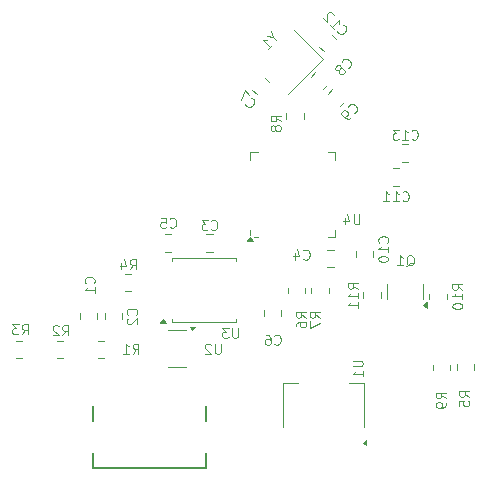
<source format=gbr>
%TF.GenerationSoftware,KiCad,Pcbnew,8.0.3+1*%
%TF.CreationDate,2024-07-16T01:11:10+00:00*%
%TF.ProjectId,RP2040v01,52503230-3430-4763-9031-2e6b69636164,rev?*%
%TF.SameCoordinates,Original*%
%TF.FileFunction,Legend,Bot*%
%TF.FilePolarity,Positive*%
%FSLAX46Y46*%
G04 Gerber Fmt 4.6, Leading zero omitted, Abs format (unit mm)*
G04 Created by KiCad (PCBNEW 8.0.3+1) date 2024-07-16 01:11:10*
%MOMM*%
%LPD*%
G01*
G04 APERTURE LIST*
%ADD10C,0.125000*%
%ADD11C,0.120000*%
%ADD12C,0.200000*%
G04 APERTURE END LIST*
D10*
X36347387Y38945559D02*
X36404629Y38945559D01*
X36404629Y38945559D02*
X36519113Y39002801D01*
X36519113Y39002801D02*
X36576355Y39060043D01*
X36576355Y39060043D02*
X36633597Y39174526D01*
X36633597Y39174526D02*
X36633597Y39289010D01*
X36633597Y39289010D02*
X36604976Y39374873D01*
X36604976Y39374873D02*
X36519113Y39517978D01*
X36519113Y39517978D02*
X36433250Y39603841D01*
X36433250Y39603841D02*
X36290145Y39689704D01*
X36290145Y39689704D02*
X36204283Y39718325D01*
X36204283Y39718325D02*
X36089799Y39718325D01*
X36089799Y39718325D02*
X35975315Y39661083D01*
X35975315Y39661083D02*
X35918073Y39603841D01*
X35918073Y39603841D02*
X35860831Y39489357D01*
X35860831Y39489357D02*
X35860831Y39432115D01*
X35717726Y38888317D02*
X35746347Y38974180D01*
X35746347Y38974180D02*
X35746347Y39031422D01*
X35746347Y39031422D02*
X35717726Y39117285D01*
X35717726Y39117285D02*
X35689105Y39145906D01*
X35689105Y39145906D02*
X35603242Y39174526D01*
X35603242Y39174526D02*
X35546000Y39174526D01*
X35546000Y39174526D02*
X35460137Y39145906D01*
X35460137Y39145906D02*
X35345653Y39031422D01*
X35345653Y39031422D02*
X35317032Y38945559D01*
X35317032Y38945559D02*
X35317032Y38888317D01*
X35317032Y38888317D02*
X35345653Y38802454D01*
X35345653Y38802454D02*
X35374274Y38773833D01*
X35374274Y38773833D02*
X35460137Y38745212D01*
X35460137Y38745212D02*
X35517379Y38745212D01*
X35517379Y38745212D02*
X35603242Y38773833D01*
X35603242Y38773833D02*
X35717726Y38888317D01*
X35717726Y38888317D02*
X35803589Y38916938D01*
X35803589Y38916938D02*
X35860831Y38916938D01*
X35860831Y38916938D02*
X35946694Y38888317D01*
X35946694Y38888317D02*
X36061178Y38773833D01*
X36061178Y38773833D02*
X36089799Y38687970D01*
X36089799Y38687970D02*
X36089799Y38630728D01*
X36089799Y38630728D02*
X36061178Y38544865D01*
X36061178Y38544865D02*
X35946694Y38430381D01*
X35946694Y38430381D02*
X35860831Y38401760D01*
X35860831Y38401760D02*
X35803589Y38401760D01*
X35803589Y38401760D02*
X35717726Y38430381D01*
X35717726Y38430381D02*
X35603242Y38544865D01*
X35603242Y38544865D02*
X35574621Y38630728D01*
X35574621Y38630728D02*
X35574621Y38687970D01*
X35574621Y38687970D02*
X35603242Y38773833D01*
X30141666Y15569226D02*
X30182142Y15528749D01*
X30182142Y15528749D02*
X30303571Y15488273D01*
X30303571Y15488273D02*
X30384523Y15488273D01*
X30384523Y15488273D02*
X30505952Y15528749D01*
X30505952Y15528749D02*
X30586904Y15609702D01*
X30586904Y15609702D02*
X30627381Y15690654D01*
X30627381Y15690654D02*
X30667857Y15852559D01*
X30667857Y15852559D02*
X30667857Y15973988D01*
X30667857Y15973988D02*
X30627381Y16135892D01*
X30627381Y16135892D02*
X30586904Y16216845D01*
X30586904Y16216845D02*
X30505952Y16297797D01*
X30505952Y16297797D02*
X30384523Y16338273D01*
X30384523Y16338273D02*
X30303571Y16338273D01*
X30303571Y16338273D02*
X30182142Y16297797D01*
X30182142Y16297797D02*
X30141666Y16257321D01*
X29413095Y16338273D02*
X29575000Y16338273D01*
X29575000Y16338273D02*
X29655952Y16297797D01*
X29655952Y16297797D02*
X29696428Y16257321D01*
X29696428Y16257321D02*
X29777381Y16135892D01*
X29777381Y16135892D02*
X29817857Y15973988D01*
X29817857Y15973988D02*
X29817857Y15650178D01*
X29817857Y15650178D02*
X29777381Y15569226D01*
X29777381Y15569226D02*
X29736904Y15528749D01*
X29736904Y15528749D02*
X29655952Y15488273D01*
X29655952Y15488273D02*
X29494047Y15488273D01*
X29494047Y15488273D02*
X29413095Y15528749D01*
X29413095Y15528749D02*
X29372619Y15569226D01*
X29372619Y15569226D02*
X29332142Y15650178D01*
X29332142Y15650178D02*
X29332142Y15852559D01*
X29332142Y15852559D02*
X29372619Y15933511D01*
X29372619Y15933511D02*
X29413095Y15973988D01*
X29413095Y15973988D02*
X29494047Y16014464D01*
X29494047Y16014464D02*
X29655952Y16014464D01*
X29655952Y16014464D02*
X29736904Y15973988D01*
X29736904Y15973988D02*
X29777381Y15933511D01*
X29777381Y15933511D02*
X29817857Y15852559D01*
X24791666Y25294226D02*
X24832142Y25253749D01*
X24832142Y25253749D02*
X24953571Y25213273D01*
X24953571Y25213273D02*
X25034523Y25213273D01*
X25034523Y25213273D02*
X25155952Y25253749D01*
X25155952Y25253749D02*
X25236904Y25334702D01*
X25236904Y25334702D02*
X25277381Y25415654D01*
X25277381Y25415654D02*
X25317857Y25577559D01*
X25317857Y25577559D02*
X25317857Y25698988D01*
X25317857Y25698988D02*
X25277381Y25860892D01*
X25277381Y25860892D02*
X25236904Y25941845D01*
X25236904Y25941845D02*
X25155952Y26022797D01*
X25155952Y26022797D02*
X25034523Y26063273D01*
X25034523Y26063273D02*
X24953571Y26063273D01*
X24953571Y26063273D02*
X24832142Y26022797D01*
X24832142Y26022797D02*
X24791666Y25982321D01*
X24508333Y26063273D02*
X23982142Y26063273D01*
X23982142Y26063273D02*
X24265476Y25739464D01*
X24265476Y25739464D02*
X24144047Y25739464D01*
X24144047Y25739464D02*
X24063095Y25698988D01*
X24063095Y25698988D02*
X24022619Y25658511D01*
X24022619Y25658511D02*
X23982142Y25577559D01*
X23982142Y25577559D02*
X23982142Y25375178D01*
X23982142Y25375178D02*
X24022619Y25294226D01*
X24022619Y25294226D02*
X24063095Y25253749D01*
X24063095Y25253749D02*
X24144047Y25213273D01*
X24144047Y25213273D02*
X24386904Y25213273D01*
X24386904Y25213273D02*
X24467857Y25253749D01*
X24467857Y25253749D02*
X24508333Y25294226D01*
X36786927Y14156820D02*
X37475022Y14156820D01*
X37475022Y14156820D02*
X37555974Y14116343D01*
X37555974Y14116343D02*
X37596451Y14075867D01*
X37596451Y14075867D02*
X37636927Y13994915D01*
X37636927Y13994915D02*
X37636927Y13833010D01*
X37636927Y13833010D02*
X37596451Y13752058D01*
X37596451Y13752058D02*
X37555974Y13711581D01*
X37555974Y13711581D02*
X37475022Y13671105D01*
X37475022Y13671105D02*
X36786927Y13671105D01*
X37636927Y12821105D02*
X37636927Y13306820D01*
X37636927Y13063963D02*
X36786927Y13063963D01*
X36786927Y13063963D02*
X36908355Y13144915D01*
X36908355Y13144915D02*
X36989308Y13225867D01*
X36989308Y13225867D02*
X37029784Y13306820D01*
X27077419Y16944273D02*
X27077419Y16256178D01*
X27077419Y16256178D02*
X27036942Y16175226D01*
X27036942Y16175226D02*
X26996466Y16134749D01*
X26996466Y16134749D02*
X26915514Y16094273D01*
X26915514Y16094273D02*
X26753609Y16094273D01*
X26753609Y16094273D02*
X26672657Y16134749D01*
X26672657Y16134749D02*
X26632180Y16175226D01*
X26632180Y16175226D02*
X26591704Y16256178D01*
X26591704Y16256178D02*
X26591704Y16944273D01*
X26267895Y16944273D02*
X25741704Y16944273D01*
X25741704Y16944273D02*
X26025038Y16620464D01*
X26025038Y16620464D02*
X25903609Y16620464D01*
X25903609Y16620464D02*
X25822657Y16579988D01*
X25822657Y16579988D02*
X25782181Y16539511D01*
X25782181Y16539511D02*
X25741704Y16458559D01*
X25741704Y16458559D02*
X25741704Y16256178D01*
X25741704Y16256178D02*
X25782181Y16175226D01*
X25782181Y16175226D02*
X25822657Y16134749D01*
X25822657Y16134749D02*
X25903609Y16094273D01*
X25903609Y16094273D02*
X26146466Y16094273D01*
X26146466Y16094273D02*
X26227419Y16134749D01*
X26227419Y16134749D02*
X26267895Y16175226D01*
X21291666Y25474226D02*
X21332142Y25433749D01*
X21332142Y25433749D02*
X21453571Y25393273D01*
X21453571Y25393273D02*
X21534523Y25393273D01*
X21534523Y25393273D02*
X21655952Y25433749D01*
X21655952Y25433749D02*
X21736904Y25514702D01*
X21736904Y25514702D02*
X21777381Y25595654D01*
X21777381Y25595654D02*
X21817857Y25757559D01*
X21817857Y25757559D02*
X21817857Y25878988D01*
X21817857Y25878988D02*
X21777381Y26040892D01*
X21777381Y26040892D02*
X21736904Y26121845D01*
X21736904Y26121845D02*
X21655952Y26202797D01*
X21655952Y26202797D02*
X21534523Y26243273D01*
X21534523Y26243273D02*
X21453571Y26243273D01*
X21453571Y26243273D02*
X21332142Y26202797D01*
X21332142Y26202797D02*
X21291666Y26162321D01*
X20522619Y26243273D02*
X20927381Y26243273D01*
X20927381Y26243273D02*
X20967857Y25838511D01*
X20967857Y25838511D02*
X20927381Y25878988D01*
X20927381Y25878988D02*
X20846428Y25919464D01*
X20846428Y25919464D02*
X20644047Y25919464D01*
X20644047Y25919464D02*
X20563095Y25878988D01*
X20563095Y25878988D02*
X20522619Y25838511D01*
X20522619Y25838511D02*
X20482142Y25757559D01*
X20482142Y25757559D02*
X20482142Y25555178D01*
X20482142Y25555178D02*
X20522619Y25474226D01*
X20522619Y25474226D02*
X20563095Y25433749D01*
X20563095Y25433749D02*
X20644047Y25393273D01*
X20644047Y25393273D02*
X20846428Y25393273D01*
X20846428Y25393273D02*
X20927381Y25433749D01*
X20927381Y25433749D02*
X20967857Y25474226D01*
X41318952Y22160121D02*
X41399904Y22200597D01*
X41399904Y22200597D02*
X41480857Y22281549D01*
X41480857Y22281549D02*
X41602285Y22402978D01*
X41602285Y22402978D02*
X41683238Y22443454D01*
X41683238Y22443454D02*
X41764190Y22443454D01*
X41723714Y22241073D02*
X41804666Y22281549D01*
X41804666Y22281549D02*
X41885619Y22362502D01*
X41885619Y22362502D02*
X41926095Y22524407D01*
X41926095Y22524407D02*
X41926095Y22807740D01*
X41926095Y22807740D02*
X41885619Y22969645D01*
X41885619Y22969645D02*
X41804666Y23050597D01*
X41804666Y23050597D02*
X41723714Y23091073D01*
X41723714Y23091073D02*
X41561809Y23091073D01*
X41561809Y23091073D02*
X41480857Y23050597D01*
X41480857Y23050597D02*
X41399904Y22969645D01*
X41399904Y22969645D02*
X41359428Y22807740D01*
X41359428Y22807740D02*
X41359428Y22524407D01*
X41359428Y22524407D02*
X41399904Y22362502D01*
X41399904Y22362502D02*
X41480857Y22281549D01*
X41480857Y22281549D02*
X41561809Y22241073D01*
X41561809Y22241073D02*
X41723714Y22241073D01*
X40549904Y22241073D02*
X41035619Y22241073D01*
X40792762Y22241073D02*
X40792762Y23091073D01*
X40792762Y23091073D02*
X40873714Y22969645D01*
X40873714Y22969645D02*
X40954666Y22888692D01*
X40954666Y22888692D02*
X41035619Y22848216D01*
X37347619Y26538273D02*
X37347619Y25850178D01*
X37347619Y25850178D02*
X37307142Y25769226D01*
X37307142Y25769226D02*
X37266666Y25728749D01*
X37266666Y25728749D02*
X37185714Y25688273D01*
X37185714Y25688273D02*
X37023809Y25688273D01*
X37023809Y25688273D02*
X36942857Y25728749D01*
X36942857Y25728749D02*
X36902380Y25769226D01*
X36902380Y25769226D02*
X36861904Y25850178D01*
X36861904Y25850178D02*
X36861904Y26538273D01*
X36092857Y26254940D02*
X36092857Y25688273D01*
X36295238Y26578749D02*
X36497619Y25971607D01*
X36497619Y25971607D02*
X35971428Y25971607D01*
X29999611Y41564864D02*
X30285821Y41278655D01*
X29885128Y42080042D02*
X29999611Y41564864D01*
X29999611Y41564864D02*
X29484434Y41679348D01*
X29570297Y40563130D02*
X29913749Y40906582D01*
X29742023Y40734856D02*
X29140982Y41335897D01*
X29140982Y41335897D02*
X29284087Y41307276D01*
X29284087Y41307276D02*
X29398571Y41307276D01*
X29398571Y41307276D02*
X29484434Y41335897D01*
X32591666Y22794226D02*
X32632142Y22753749D01*
X32632142Y22753749D02*
X32753571Y22713273D01*
X32753571Y22713273D02*
X32834523Y22713273D01*
X32834523Y22713273D02*
X32955952Y22753749D01*
X32955952Y22753749D02*
X33036904Y22834702D01*
X33036904Y22834702D02*
X33077381Y22915654D01*
X33077381Y22915654D02*
X33117857Y23077559D01*
X33117857Y23077559D02*
X33117857Y23198988D01*
X33117857Y23198988D02*
X33077381Y23360892D01*
X33077381Y23360892D02*
X33036904Y23441845D01*
X33036904Y23441845D02*
X32955952Y23522797D01*
X32955952Y23522797D02*
X32834523Y23563273D01*
X32834523Y23563273D02*
X32753571Y23563273D01*
X32753571Y23563273D02*
X32632142Y23522797D01*
X32632142Y23522797D02*
X32591666Y23482321D01*
X31863095Y23279940D02*
X31863095Y22713273D01*
X32065476Y23603749D02*
X32267857Y22996607D01*
X32267857Y22996607D02*
X31741666Y22996607D01*
X40996428Y27714226D02*
X41036904Y27673749D01*
X41036904Y27673749D02*
X41158333Y27633273D01*
X41158333Y27633273D02*
X41239285Y27633273D01*
X41239285Y27633273D02*
X41360714Y27673749D01*
X41360714Y27673749D02*
X41441666Y27754702D01*
X41441666Y27754702D02*
X41482143Y27835654D01*
X41482143Y27835654D02*
X41522619Y27997559D01*
X41522619Y27997559D02*
X41522619Y28118988D01*
X41522619Y28118988D02*
X41482143Y28280892D01*
X41482143Y28280892D02*
X41441666Y28361845D01*
X41441666Y28361845D02*
X41360714Y28442797D01*
X41360714Y28442797D02*
X41239285Y28483273D01*
X41239285Y28483273D02*
X41158333Y28483273D01*
X41158333Y28483273D02*
X41036904Y28442797D01*
X41036904Y28442797D02*
X40996428Y28402321D01*
X40186904Y27633273D02*
X40672619Y27633273D01*
X40429762Y27633273D02*
X40429762Y28483273D01*
X40429762Y28483273D02*
X40510714Y28361845D01*
X40510714Y28361845D02*
X40591666Y28280892D01*
X40591666Y28280892D02*
X40672619Y28240416D01*
X39377380Y27633273D02*
X39863095Y27633273D01*
X39620238Y27633273D02*
X39620238Y28483273D01*
X39620238Y28483273D02*
X39701190Y28361845D01*
X39701190Y28361845D02*
X39782142Y28280892D01*
X39782142Y28280892D02*
X39863095Y28240416D01*
X18138666Y14748073D02*
X18422000Y15152835D01*
X18624381Y14748073D02*
X18624381Y15598073D01*
X18624381Y15598073D02*
X18300571Y15598073D01*
X18300571Y15598073D02*
X18219619Y15557597D01*
X18219619Y15557597D02*
X18179142Y15517121D01*
X18179142Y15517121D02*
X18138666Y15436169D01*
X18138666Y15436169D02*
X18138666Y15314740D01*
X18138666Y15314740D02*
X18179142Y15233788D01*
X18179142Y15233788D02*
X18219619Y15193311D01*
X18219619Y15193311D02*
X18300571Y15152835D01*
X18300571Y15152835D02*
X18624381Y15152835D01*
X17329142Y14748073D02*
X17814857Y14748073D01*
X17572000Y14748073D02*
X17572000Y15598073D01*
X17572000Y15598073D02*
X17652952Y15476645D01*
X17652952Y15476645D02*
X17733904Y15395692D01*
X17733904Y15395692D02*
X17814857Y15355216D01*
X46653927Y11085467D02*
X46249165Y11368801D01*
X46653927Y11571182D02*
X45803927Y11571182D01*
X45803927Y11571182D02*
X45803927Y11247372D01*
X45803927Y11247372D02*
X45844403Y11166420D01*
X45844403Y11166420D02*
X45884879Y11125943D01*
X45884879Y11125943D02*
X45965831Y11085467D01*
X45965831Y11085467D02*
X46087260Y11085467D01*
X46087260Y11085467D02*
X46168212Y11125943D01*
X46168212Y11125943D02*
X46208689Y11166420D01*
X46208689Y11166420D02*
X46249165Y11247372D01*
X46249165Y11247372D02*
X46249165Y11571182D01*
X45803927Y10316420D02*
X45803927Y10721182D01*
X45803927Y10721182D02*
X46208689Y10761658D01*
X46208689Y10761658D02*
X46168212Y10721182D01*
X46168212Y10721182D02*
X46127736Y10640229D01*
X46127736Y10640229D02*
X46127736Y10437848D01*
X46127736Y10437848D02*
X46168212Y10356896D01*
X46168212Y10356896D02*
X46208689Y10316420D01*
X46208689Y10316420D02*
X46289641Y10275943D01*
X46289641Y10275943D02*
X46492022Y10275943D01*
X46492022Y10275943D02*
X46572974Y10316420D01*
X46572974Y10316420D02*
X46613451Y10356896D01*
X46613451Y10356896D02*
X46653927Y10437848D01*
X46653927Y10437848D02*
X46653927Y10640229D01*
X46653927Y10640229D02*
X46613451Y10721182D01*
X46613451Y10721182D02*
X46572974Y10761658D01*
X32836727Y17791667D02*
X32431965Y18075001D01*
X32836727Y18277382D02*
X31986727Y18277382D01*
X31986727Y18277382D02*
X31986727Y17953572D01*
X31986727Y17953572D02*
X32027203Y17872620D01*
X32027203Y17872620D02*
X32067679Y17832143D01*
X32067679Y17832143D02*
X32148631Y17791667D01*
X32148631Y17791667D02*
X32270060Y17791667D01*
X32270060Y17791667D02*
X32351012Y17832143D01*
X32351012Y17832143D02*
X32391489Y17872620D01*
X32391489Y17872620D02*
X32431965Y17953572D01*
X32431965Y17953572D02*
X32431965Y18277382D01*
X31986727Y17063096D02*
X31986727Y17225001D01*
X31986727Y17225001D02*
X32027203Y17305953D01*
X32027203Y17305953D02*
X32067679Y17346429D01*
X32067679Y17346429D02*
X32189108Y17427382D01*
X32189108Y17427382D02*
X32351012Y17467858D01*
X32351012Y17467858D02*
X32674822Y17467858D01*
X32674822Y17467858D02*
X32755774Y17427382D01*
X32755774Y17427382D02*
X32796251Y17386905D01*
X32796251Y17386905D02*
X32836727Y17305953D01*
X32836727Y17305953D02*
X32836727Y17144048D01*
X32836727Y17144048D02*
X32796251Y17063096D01*
X32796251Y17063096D02*
X32755774Y17022620D01*
X32755774Y17022620D02*
X32674822Y16982143D01*
X32674822Y16982143D02*
X32472441Y16982143D01*
X32472441Y16982143D02*
X32391489Y17022620D01*
X32391489Y17022620D02*
X32351012Y17063096D01*
X32351012Y17063096D02*
X32310536Y17144048D01*
X32310536Y17144048D02*
X32310536Y17305953D01*
X32310536Y17305953D02*
X32351012Y17386905D01*
X32351012Y17386905D02*
X32391489Y17427382D01*
X32391489Y17427382D02*
X32472441Y17467858D01*
X37230527Y20227829D02*
X36825765Y20511163D01*
X37230527Y20713544D02*
X36380527Y20713544D01*
X36380527Y20713544D02*
X36380527Y20389734D01*
X36380527Y20389734D02*
X36421003Y20308782D01*
X36421003Y20308782D02*
X36461479Y20268305D01*
X36461479Y20268305D02*
X36542431Y20227829D01*
X36542431Y20227829D02*
X36663860Y20227829D01*
X36663860Y20227829D02*
X36744812Y20268305D01*
X36744812Y20268305D02*
X36785289Y20308782D01*
X36785289Y20308782D02*
X36825765Y20389734D01*
X36825765Y20389734D02*
X36825765Y20713544D01*
X37230527Y19418305D02*
X37230527Y19904020D01*
X37230527Y19661163D02*
X36380527Y19661163D01*
X36380527Y19661163D02*
X36501955Y19742115D01*
X36501955Y19742115D02*
X36582908Y19823067D01*
X36582908Y19823067D02*
X36623384Y19904020D01*
X37230527Y18608781D02*
X37230527Y19094496D01*
X37230527Y18851639D02*
X36380527Y18851639D01*
X36380527Y18851639D02*
X36501955Y18932591D01*
X36501955Y18932591D02*
X36582908Y19013543D01*
X36582908Y19013543D02*
X36623384Y19094496D01*
X25604219Y15572673D02*
X25604219Y14884578D01*
X25604219Y14884578D02*
X25563742Y14803626D01*
X25563742Y14803626D02*
X25523266Y14763149D01*
X25523266Y14763149D02*
X25442314Y14722673D01*
X25442314Y14722673D02*
X25280409Y14722673D01*
X25280409Y14722673D02*
X25199457Y14763149D01*
X25199457Y14763149D02*
X25158980Y14803626D01*
X25158980Y14803626D02*
X25118504Y14884578D01*
X25118504Y14884578D02*
X25118504Y15572673D01*
X24754219Y15491721D02*
X24713743Y15532197D01*
X24713743Y15532197D02*
X24632790Y15572673D01*
X24632790Y15572673D02*
X24430409Y15572673D01*
X24430409Y15572673D02*
X24349457Y15532197D01*
X24349457Y15532197D02*
X24308981Y15491721D01*
X24308981Y15491721D02*
X24268504Y15410769D01*
X24268504Y15410769D02*
X24268504Y15329816D01*
X24268504Y15329816D02*
X24308981Y15208388D01*
X24308981Y15208388D02*
X24794695Y14722673D01*
X24794695Y14722673D02*
X24268504Y14722673D01*
X17904166Y21888273D02*
X18187500Y22293035D01*
X18389881Y21888273D02*
X18389881Y22738273D01*
X18389881Y22738273D02*
X18066071Y22738273D01*
X18066071Y22738273D02*
X17985119Y22697797D01*
X17985119Y22697797D02*
X17944642Y22657321D01*
X17944642Y22657321D02*
X17904166Y22576369D01*
X17904166Y22576369D02*
X17904166Y22454940D01*
X17904166Y22454940D02*
X17944642Y22373988D01*
X17944642Y22373988D02*
X17985119Y22333511D01*
X17985119Y22333511D02*
X18066071Y22293035D01*
X18066071Y22293035D02*
X18389881Y22293035D01*
X17175595Y22454940D02*
X17175595Y21888273D01*
X17377976Y22778749D02*
X17580357Y22171607D01*
X17580357Y22171607D02*
X17054166Y22171607D01*
X12195066Y16297473D02*
X12478400Y16702235D01*
X12680781Y16297473D02*
X12680781Y17147473D01*
X12680781Y17147473D02*
X12356971Y17147473D01*
X12356971Y17147473D02*
X12276019Y17106997D01*
X12276019Y17106997D02*
X12235542Y17066521D01*
X12235542Y17066521D02*
X12195066Y16985569D01*
X12195066Y16985569D02*
X12195066Y16864140D01*
X12195066Y16864140D02*
X12235542Y16783188D01*
X12235542Y16783188D02*
X12276019Y16742711D01*
X12276019Y16742711D02*
X12356971Y16702235D01*
X12356971Y16702235D02*
X12680781Y16702235D01*
X11871257Y17066521D02*
X11830781Y17106997D01*
X11830781Y17106997D02*
X11749828Y17147473D01*
X11749828Y17147473D02*
X11547447Y17147473D01*
X11547447Y17147473D02*
X11466495Y17106997D01*
X11466495Y17106997D02*
X11426019Y17066521D01*
X11426019Y17066521D02*
X11385542Y16985569D01*
X11385542Y16985569D02*
X11385542Y16904616D01*
X11385542Y16904616D02*
X11426019Y16783188D01*
X11426019Y16783188D02*
X11911733Y16297473D01*
X11911733Y16297473D02*
X11385542Y16297473D01*
X8766066Y16373673D02*
X9049400Y16778435D01*
X9251781Y16373673D02*
X9251781Y17223673D01*
X9251781Y17223673D02*
X8927971Y17223673D01*
X8927971Y17223673D02*
X8847019Y17183197D01*
X8847019Y17183197D02*
X8806542Y17142721D01*
X8806542Y17142721D02*
X8766066Y17061769D01*
X8766066Y17061769D02*
X8766066Y16940340D01*
X8766066Y16940340D02*
X8806542Y16859388D01*
X8806542Y16859388D02*
X8847019Y16818911D01*
X8847019Y16818911D02*
X8927971Y16778435D01*
X8927971Y16778435D02*
X9251781Y16778435D01*
X8482733Y17223673D02*
X7956542Y17223673D01*
X7956542Y17223673D02*
X8239876Y16899864D01*
X8239876Y16899864D02*
X8118447Y16899864D01*
X8118447Y16899864D02*
X8037495Y16859388D01*
X8037495Y16859388D02*
X7997019Y16818911D01*
X7997019Y16818911D02*
X7956542Y16737959D01*
X7956542Y16737959D02*
X7956542Y16535578D01*
X7956542Y16535578D02*
X7997019Y16454626D01*
X7997019Y16454626D02*
X8037495Y16414149D01*
X8037495Y16414149D02*
X8118447Y16373673D01*
X8118447Y16373673D02*
X8361304Y16373673D01*
X8361304Y16373673D02*
X8442257Y16414149D01*
X8442257Y16414149D02*
X8482733Y16454626D01*
X35464568Y42091203D02*
X35464568Y42033961D01*
X35464568Y42033961D02*
X35521810Y41919477D01*
X35521810Y41919477D02*
X35579051Y41862235D01*
X35579051Y41862235D02*
X35693535Y41804993D01*
X35693535Y41804993D02*
X35808019Y41804993D01*
X35808019Y41804993D02*
X35893882Y41833614D01*
X35893882Y41833614D02*
X36036987Y41919477D01*
X36036987Y41919477D02*
X36122850Y42005340D01*
X36122850Y42005340D02*
X36208713Y42148445D01*
X36208713Y42148445D02*
X36237334Y42234308D01*
X36237334Y42234308D02*
X36237334Y42348791D01*
X36237334Y42348791D02*
X36180092Y42463275D01*
X36180092Y42463275D02*
X36122850Y42520517D01*
X36122850Y42520517D02*
X36008366Y42577759D01*
X36008366Y42577759D02*
X35951124Y42577759D01*
X34834906Y42606380D02*
X35178358Y42262929D01*
X35006632Y42434654D02*
X35607672Y43035695D01*
X35607672Y43035695D02*
X35579051Y42892590D01*
X35579051Y42892590D02*
X35579051Y42778106D01*
X35579051Y42778106D02*
X35607672Y42692243D01*
X35149737Y43379147D02*
X35149737Y43436389D01*
X35149737Y43436389D02*
X35121116Y43522252D01*
X35121116Y43522252D02*
X34978011Y43665357D01*
X34978011Y43665357D02*
X34892148Y43693978D01*
X34892148Y43693978D02*
X34834906Y43693978D01*
X34834906Y43693978D02*
X34749043Y43665357D01*
X34749043Y43665357D02*
X34691801Y43608115D01*
X34691801Y43608115D02*
X34634559Y43493631D01*
X34634559Y43493631D02*
X34634559Y42806727D01*
X34634559Y42806727D02*
X34262486Y43178800D01*
X46069727Y20151629D02*
X45664965Y20434963D01*
X46069727Y20637344D02*
X45219727Y20637344D01*
X45219727Y20637344D02*
X45219727Y20313534D01*
X45219727Y20313534D02*
X45260203Y20232582D01*
X45260203Y20232582D02*
X45300679Y20192105D01*
X45300679Y20192105D02*
X45381631Y20151629D01*
X45381631Y20151629D02*
X45503060Y20151629D01*
X45503060Y20151629D02*
X45584012Y20192105D01*
X45584012Y20192105D02*
X45624489Y20232582D01*
X45624489Y20232582D02*
X45664965Y20313534D01*
X45664965Y20313534D02*
X45664965Y20637344D01*
X46069727Y19342105D02*
X46069727Y19827820D01*
X46069727Y19584963D02*
X45219727Y19584963D01*
X45219727Y19584963D02*
X45341155Y19665915D01*
X45341155Y19665915D02*
X45422108Y19746867D01*
X45422108Y19746867D02*
X45462584Y19827820D01*
X45219727Y18815915D02*
X45219727Y18734962D01*
X45219727Y18734962D02*
X45260203Y18654010D01*
X45260203Y18654010D02*
X45300679Y18613534D01*
X45300679Y18613534D02*
X45381631Y18573058D01*
X45381631Y18573058D02*
X45543536Y18532581D01*
X45543536Y18532581D02*
X45745917Y18532581D01*
X45745917Y18532581D02*
X45907822Y18573058D01*
X45907822Y18573058D02*
X45988774Y18613534D01*
X45988774Y18613534D02*
X46029251Y18654010D01*
X46029251Y18654010D02*
X46069727Y18734962D01*
X46069727Y18734962D02*
X46069727Y18815915D01*
X46069727Y18815915D02*
X46029251Y18896867D01*
X46029251Y18896867D02*
X45988774Y18937343D01*
X45988774Y18937343D02*
X45907822Y18977820D01*
X45907822Y18977820D02*
X45745917Y19018296D01*
X45745917Y19018296D02*
X45543536Y19018296D01*
X45543536Y19018296D02*
X45381631Y18977820D01*
X45381631Y18977820D02*
X45300679Y18937343D01*
X45300679Y18937343D02*
X45260203Y18896867D01*
X45260203Y18896867D02*
X45219727Y18815915D01*
X44672727Y10958467D02*
X44267965Y11241801D01*
X44672727Y11444182D02*
X43822727Y11444182D01*
X43822727Y11444182D02*
X43822727Y11120372D01*
X43822727Y11120372D02*
X43863203Y11039420D01*
X43863203Y11039420D02*
X43903679Y10998943D01*
X43903679Y10998943D02*
X43984631Y10958467D01*
X43984631Y10958467D02*
X44106060Y10958467D01*
X44106060Y10958467D02*
X44187012Y10998943D01*
X44187012Y10998943D02*
X44227489Y11039420D01*
X44227489Y11039420D02*
X44267965Y11120372D01*
X44267965Y11120372D02*
X44267965Y11444182D01*
X44672727Y10553705D02*
X44672727Y10391801D01*
X44672727Y10391801D02*
X44632251Y10310848D01*
X44632251Y10310848D02*
X44591774Y10270372D01*
X44591774Y10270372D02*
X44470346Y10189420D01*
X44470346Y10189420D02*
X44308441Y10148943D01*
X44308441Y10148943D02*
X43984631Y10148943D01*
X43984631Y10148943D02*
X43903679Y10189420D01*
X43903679Y10189420D02*
X43863203Y10229896D01*
X43863203Y10229896D02*
X43822727Y10310848D01*
X43822727Y10310848D02*
X43822727Y10472753D01*
X43822727Y10472753D02*
X43863203Y10553705D01*
X43863203Y10553705D02*
X43903679Y10594182D01*
X43903679Y10594182D02*
X43984631Y10634658D01*
X43984631Y10634658D02*
X44187012Y10634658D01*
X44187012Y10634658D02*
X44267965Y10594182D01*
X44267965Y10594182D02*
X44308441Y10553705D01*
X44308441Y10553705D02*
X44348917Y10472753D01*
X44348917Y10472753D02*
X44348917Y10310848D01*
X44348917Y10310848D02*
X44308441Y10229896D01*
X44308441Y10229896D02*
X44267965Y10189420D01*
X44267965Y10189420D02*
X44187012Y10148943D01*
X34011727Y17791667D02*
X33606965Y18075001D01*
X34011727Y18277382D02*
X33161727Y18277382D01*
X33161727Y18277382D02*
X33161727Y17953572D01*
X33161727Y17953572D02*
X33202203Y17872620D01*
X33202203Y17872620D02*
X33242679Y17832143D01*
X33242679Y17832143D02*
X33323631Y17791667D01*
X33323631Y17791667D02*
X33445060Y17791667D01*
X33445060Y17791667D02*
X33526012Y17832143D01*
X33526012Y17832143D02*
X33566489Y17872620D01*
X33566489Y17872620D02*
X33606965Y17953572D01*
X33606965Y17953572D02*
X33606965Y18277382D01*
X33161727Y17508334D02*
X33161727Y16941667D01*
X33161727Y16941667D02*
X34011727Y17305953D01*
X41771428Y32944226D02*
X41811904Y32903749D01*
X41811904Y32903749D02*
X41933333Y32863273D01*
X41933333Y32863273D02*
X42014285Y32863273D01*
X42014285Y32863273D02*
X42135714Y32903749D01*
X42135714Y32903749D02*
X42216666Y32984702D01*
X42216666Y32984702D02*
X42257143Y33065654D01*
X42257143Y33065654D02*
X42297619Y33227559D01*
X42297619Y33227559D02*
X42297619Y33348988D01*
X42297619Y33348988D02*
X42257143Y33510892D01*
X42257143Y33510892D02*
X42216666Y33591845D01*
X42216666Y33591845D02*
X42135714Y33672797D01*
X42135714Y33672797D02*
X42014285Y33713273D01*
X42014285Y33713273D02*
X41933333Y33713273D01*
X41933333Y33713273D02*
X41811904Y33672797D01*
X41811904Y33672797D02*
X41771428Y33632321D01*
X40961904Y32863273D02*
X41447619Y32863273D01*
X41204762Y32863273D02*
X41204762Y33713273D01*
X41204762Y33713273D02*
X41285714Y33591845D01*
X41285714Y33591845D02*
X41366666Y33510892D01*
X41366666Y33510892D02*
X41447619Y33470416D01*
X40678571Y33713273D02*
X40152380Y33713273D01*
X40152380Y33713273D02*
X40435714Y33389464D01*
X40435714Y33389464D02*
X40314285Y33389464D01*
X40314285Y33389464D02*
X40233333Y33348988D01*
X40233333Y33348988D02*
X40192857Y33308511D01*
X40192857Y33308511D02*
X40152380Y33227559D01*
X40152380Y33227559D02*
X40152380Y33025178D01*
X40152380Y33025178D02*
X40192857Y32944226D01*
X40192857Y32944226D02*
X40233333Y32903749D01*
X40233333Y32903749D02*
X40314285Y32863273D01*
X40314285Y32863273D02*
X40557142Y32863273D01*
X40557142Y32863273D02*
X40638095Y32903749D01*
X40638095Y32903749D02*
X40678571Y32944226D01*
X36851078Y35117771D02*
X36908320Y35117771D01*
X36908320Y35117771D02*
X37022804Y35175013D01*
X37022804Y35175013D02*
X37080046Y35232255D01*
X37080046Y35232255D02*
X37137288Y35346738D01*
X37137288Y35346738D02*
X37137288Y35461222D01*
X37137288Y35461222D02*
X37108667Y35547085D01*
X37108667Y35547085D02*
X37022804Y35690190D01*
X37022804Y35690190D02*
X36936941Y35776053D01*
X36936941Y35776053D02*
X36793836Y35861916D01*
X36793836Y35861916D02*
X36707974Y35890537D01*
X36707974Y35890537D02*
X36593490Y35890537D01*
X36593490Y35890537D02*
X36479006Y35833295D01*
X36479006Y35833295D02*
X36421764Y35776053D01*
X36421764Y35776053D02*
X36364522Y35661569D01*
X36364522Y35661569D02*
X36364522Y35604327D01*
X36622111Y34774319D02*
X36507627Y34659835D01*
X36507627Y34659835D02*
X36421764Y34631214D01*
X36421764Y34631214D02*
X36364522Y34631214D01*
X36364522Y34631214D02*
X36221417Y34659835D01*
X36221417Y34659835D02*
X36078312Y34745698D01*
X36078312Y34745698D02*
X35849344Y34974666D01*
X35849344Y34974666D02*
X35820723Y35060529D01*
X35820723Y35060529D02*
X35820723Y35117771D01*
X35820723Y35117771D02*
X35849344Y35203634D01*
X35849344Y35203634D02*
X35963828Y35318118D01*
X35963828Y35318118D02*
X36049691Y35346738D01*
X36049691Y35346738D02*
X36106933Y35346738D01*
X36106933Y35346738D02*
X36192796Y35318118D01*
X36192796Y35318118D02*
X36335901Y35175013D01*
X36335901Y35175013D02*
X36364522Y35089150D01*
X36364522Y35089150D02*
X36364522Y35031908D01*
X36364522Y35031908D02*
X36335901Y34946045D01*
X36335901Y34946045D02*
X36221417Y34831561D01*
X36221417Y34831561D02*
X36135554Y34802940D01*
X36135554Y34802940D02*
X36078312Y34802940D01*
X36078312Y34802940D02*
X35992449Y34831561D01*
X30702727Y34402667D02*
X30297965Y34686001D01*
X30702727Y34888382D02*
X29852727Y34888382D01*
X29852727Y34888382D02*
X29852727Y34564572D01*
X29852727Y34564572D02*
X29893203Y34483620D01*
X29893203Y34483620D02*
X29933679Y34443143D01*
X29933679Y34443143D02*
X30014631Y34402667D01*
X30014631Y34402667D02*
X30136060Y34402667D01*
X30136060Y34402667D02*
X30217012Y34443143D01*
X30217012Y34443143D02*
X30257489Y34483620D01*
X30257489Y34483620D02*
X30297965Y34564572D01*
X30297965Y34564572D02*
X30297965Y34888382D01*
X30217012Y33916953D02*
X30176536Y33997905D01*
X30176536Y33997905D02*
X30136060Y34038382D01*
X30136060Y34038382D02*
X30055108Y34078858D01*
X30055108Y34078858D02*
X30014631Y34078858D01*
X30014631Y34078858D02*
X29933679Y34038382D01*
X29933679Y34038382D02*
X29893203Y33997905D01*
X29893203Y33997905D02*
X29852727Y33916953D01*
X29852727Y33916953D02*
X29852727Y33755048D01*
X29852727Y33755048D02*
X29893203Y33674096D01*
X29893203Y33674096D02*
X29933679Y33633620D01*
X29933679Y33633620D02*
X30014631Y33593143D01*
X30014631Y33593143D02*
X30055108Y33593143D01*
X30055108Y33593143D02*
X30136060Y33633620D01*
X30136060Y33633620D02*
X30176536Y33674096D01*
X30176536Y33674096D02*
X30217012Y33755048D01*
X30217012Y33755048D02*
X30217012Y33916953D01*
X30217012Y33916953D02*
X30257489Y33997905D01*
X30257489Y33997905D02*
X30297965Y34038382D01*
X30297965Y34038382D02*
X30378917Y34078858D01*
X30378917Y34078858D02*
X30540822Y34078858D01*
X30540822Y34078858D02*
X30621774Y34038382D01*
X30621774Y34038382D02*
X30662251Y33997905D01*
X30662251Y33997905D02*
X30702727Y33916953D01*
X30702727Y33916953D02*
X30702727Y33755048D01*
X30702727Y33755048D02*
X30662251Y33674096D01*
X30662251Y33674096D02*
X30621774Y33633620D01*
X30621774Y33633620D02*
X30540822Y33593143D01*
X30540822Y33593143D02*
X30378917Y33593143D01*
X30378917Y33593143D02*
X30297965Y33633620D01*
X30297965Y33633620D02*
X30257489Y33674096D01*
X30257489Y33674096D02*
X30217012Y33755048D01*
X39714974Y24139429D02*
X39755451Y24179905D01*
X39755451Y24179905D02*
X39795927Y24301334D01*
X39795927Y24301334D02*
X39795927Y24382286D01*
X39795927Y24382286D02*
X39755451Y24503715D01*
X39755451Y24503715D02*
X39674498Y24584667D01*
X39674498Y24584667D02*
X39593546Y24625144D01*
X39593546Y24625144D02*
X39431641Y24665620D01*
X39431641Y24665620D02*
X39310212Y24665620D01*
X39310212Y24665620D02*
X39148308Y24625144D01*
X39148308Y24625144D02*
X39067355Y24584667D01*
X39067355Y24584667D02*
X38986403Y24503715D01*
X38986403Y24503715D02*
X38945927Y24382286D01*
X38945927Y24382286D02*
X38945927Y24301334D01*
X38945927Y24301334D02*
X38986403Y24179905D01*
X38986403Y24179905D02*
X39026879Y24139429D01*
X39795927Y23329905D02*
X39795927Y23815620D01*
X39795927Y23572763D02*
X38945927Y23572763D01*
X38945927Y23572763D02*
X39067355Y23653715D01*
X39067355Y23653715D02*
X39148308Y23734667D01*
X39148308Y23734667D02*
X39188784Y23815620D01*
X38945927Y22803715D02*
X38945927Y22722762D01*
X38945927Y22722762D02*
X38986403Y22641810D01*
X38986403Y22641810D02*
X39026879Y22601334D01*
X39026879Y22601334D02*
X39107831Y22560858D01*
X39107831Y22560858D02*
X39269736Y22520381D01*
X39269736Y22520381D02*
X39472117Y22520381D01*
X39472117Y22520381D02*
X39634022Y22560858D01*
X39634022Y22560858D02*
X39714974Y22601334D01*
X39714974Y22601334D02*
X39755451Y22641810D01*
X39755451Y22641810D02*
X39795927Y22722762D01*
X39795927Y22722762D02*
X39795927Y22803715D01*
X39795927Y22803715D02*
X39755451Y22884667D01*
X39755451Y22884667D02*
X39714974Y22925143D01*
X39714974Y22925143D02*
X39634022Y22965620D01*
X39634022Y22965620D02*
X39472117Y23006096D01*
X39472117Y23006096D02*
X39269736Y23006096D01*
X39269736Y23006096D02*
X39107831Y22965620D01*
X39107831Y22965620D02*
X39026879Y22925143D01*
X39026879Y22925143D02*
X38986403Y22884667D01*
X38986403Y22884667D02*
X38945927Y22803715D01*
X27676768Y35909924D02*
X27676768Y35852682D01*
X27676768Y35852682D02*
X27734010Y35738198D01*
X27734010Y35738198D02*
X27791252Y35680956D01*
X27791252Y35680956D02*
X27905735Y35623714D01*
X27905735Y35623714D02*
X28020219Y35623714D01*
X28020219Y35623714D02*
X28106082Y35652335D01*
X28106082Y35652335D02*
X28249187Y35738198D01*
X28249187Y35738198D02*
X28335050Y35824061D01*
X28335050Y35824061D02*
X28420913Y35967166D01*
X28420913Y35967166D02*
X28449534Y36053028D01*
X28449534Y36053028D02*
X28449534Y36167512D01*
X28449534Y36167512D02*
X28392292Y36281996D01*
X28392292Y36281996D02*
X28335050Y36339238D01*
X28335050Y36339238D02*
X28220566Y36396480D01*
X28220566Y36396480D02*
X28163324Y36396480D01*
X28020219Y36654069D02*
X27619526Y37054763D01*
X27619526Y37054763D02*
X27276074Y36196133D01*
X18430774Y18041667D02*
X18471251Y18082143D01*
X18471251Y18082143D02*
X18511727Y18203572D01*
X18511727Y18203572D02*
X18511727Y18284524D01*
X18511727Y18284524D02*
X18471251Y18405953D01*
X18471251Y18405953D02*
X18390298Y18486905D01*
X18390298Y18486905D02*
X18309346Y18527382D01*
X18309346Y18527382D02*
X18147441Y18567858D01*
X18147441Y18567858D02*
X18026012Y18567858D01*
X18026012Y18567858D02*
X17864108Y18527382D01*
X17864108Y18527382D02*
X17783155Y18486905D01*
X17783155Y18486905D02*
X17702203Y18405953D01*
X17702203Y18405953D02*
X17661727Y18284524D01*
X17661727Y18284524D02*
X17661727Y18203572D01*
X17661727Y18203572D02*
X17702203Y18082143D01*
X17702203Y18082143D02*
X17742679Y18041667D01*
X17742679Y17717858D02*
X17702203Y17677382D01*
X17702203Y17677382D02*
X17661727Y17596429D01*
X17661727Y17596429D02*
X17661727Y17394048D01*
X17661727Y17394048D02*
X17702203Y17313096D01*
X17702203Y17313096D02*
X17742679Y17272620D01*
X17742679Y17272620D02*
X17823631Y17232143D01*
X17823631Y17232143D02*
X17904584Y17232143D01*
X17904584Y17232143D02*
X18026012Y17272620D01*
X18026012Y17272620D02*
X18511727Y17758334D01*
X18511727Y17758334D02*
X18511727Y17232143D01*
X14848374Y20712067D02*
X14888851Y20752543D01*
X14888851Y20752543D02*
X14929327Y20873972D01*
X14929327Y20873972D02*
X14929327Y20954924D01*
X14929327Y20954924D02*
X14888851Y21076353D01*
X14888851Y21076353D02*
X14807898Y21157305D01*
X14807898Y21157305D02*
X14726946Y21197782D01*
X14726946Y21197782D02*
X14565041Y21238258D01*
X14565041Y21238258D02*
X14443612Y21238258D01*
X14443612Y21238258D02*
X14281708Y21197782D01*
X14281708Y21197782D02*
X14200755Y21157305D01*
X14200755Y21157305D02*
X14119803Y21076353D01*
X14119803Y21076353D02*
X14079327Y20954924D01*
X14079327Y20954924D02*
X14079327Y20873972D01*
X14079327Y20873972D02*
X14119803Y20752543D01*
X14119803Y20752543D02*
X14160279Y20712067D01*
X14929327Y19902543D02*
X14929327Y20388258D01*
X14929327Y20145401D02*
X14079327Y20145401D01*
X14079327Y20145401D02*
X14200755Y20226353D01*
X14200755Y20226353D02*
X14281708Y20307305D01*
X14281708Y20307305D02*
X14322184Y20388258D01*
D11*
%TO.C,C8*%
X34629457Y37515010D02*
X34259990Y37145543D01*
X33590010Y38554457D02*
X33220543Y38184990D01*
%TO.C,C6*%
X30735000Y18461252D02*
X30735000Y17938748D01*
X29265000Y18461252D02*
X29265000Y17938748D01*
%TO.C,C3*%
X24388748Y24835000D02*
X24911252Y24835000D01*
X24388748Y23365000D02*
X24911252Y23365000D01*
%TO.C,U1*%
X30890000Y8500000D02*
X30890000Y12260000D01*
X37710000Y8500000D02*
X37710000Y12260000D01*
X30890000Y12260000D02*
X32150000Y12260000D01*
X37710000Y12260000D02*
X36450000Y12260000D01*
X37940000Y6980000D02*
X37610000Y7220000D01*
X37940000Y7460000D01*
X37940000Y6980000D01*
G36*
X37940000Y6980000D02*
G01*
X37610000Y7220000D01*
X37940000Y7460000D01*
X37940000Y6980000D01*
G37*
%TO.C,U3*%
X21475000Y22862500D02*
X21475000Y22602500D01*
X21475000Y17412500D02*
X21475000Y17672500D01*
X24200000Y22862500D02*
X21475000Y22862500D01*
X24200000Y22862500D02*
X26925000Y22862500D01*
X24200000Y17412500D02*
X21475000Y17412500D01*
X24200000Y17412500D02*
X26925000Y17412500D01*
X26925000Y22862500D02*
X26925000Y22602500D01*
X26925000Y17412500D02*
X26925000Y17672500D01*
X20932500Y17342500D02*
X20452500Y17342500D01*
X20692500Y17672500D01*
X20932500Y17342500D01*
G36*
X20932500Y17342500D02*
G01*
X20452500Y17342500D01*
X20692500Y17672500D01*
X20932500Y17342500D01*
G37*
D12*
%TO.C,J2*%
X24390000Y5035000D02*
X14810000Y5035000D01*
X24390000Y6315000D02*
X24390000Y5035000D01*
X24390000Y10285000D02*
X24390000Y9035000D01*
X14810000Y5035000D02*
X14810000Y6315000D01*
X14810000Y10285000D02*
X14810000Y9035000D01*
D11*
%TO.C,C5*%
X21411252Y23365000D02*
X20888748Y23365000D01*
X21411252Y24835000D02*
X20888748Y24835000D01*
%TO.C,Q1*%
X39640000Y20025000D02*
X39640000Y19375000D01*
X39640000Y20025000D02*
X39640000Y20675000D01*
X42760000Y20025000D02*
X42760000Y19375000D01*
X42760000Y20025000D02*
X42760000Y20675000D01*
X43040000Y18622500D02*
X42710000Y18862500D01*
X43040000Y19102500D01*
X43040000Y18622500D01*
G36*
X43040000Y18622500D02*
G01*
X42710000Y18862500D01*
X43040000Y19102500D01*
X43040000Y18622500D01*
G37*
%TO.C,U4*%
X28090000Y31810000D02*
X28090000Y31160000D01*
X28090000Y25240000D02*
X28090000Y24830000D01*
X28740000Y31810000D02*
X28090000Y31810000D01*
X28740000Y24590000D02*
X28390000Y24590000D01*
X34660000Y31810000D02*
X35310000Y31810000D01*
X34660000Y24590000D02*
X35310000Y24590000D01*
X35310000Y31810000D02*
X35310000Y31160000D01*
X35310000Y24590000D02*
X35310000Y25240000D01*
X28330000Y24260000D02*
X27850000Y24260000D01*
X28090000Y24590000D01*
X28330000Y24260000D01*
G36*
X28330000Y24260000D02*
G01*
X27850000Y24260000D01*
X28090000Y24590000D01*
X28330000Y24260000D01*
G37*
%TO.C,Y1*%
X34251638Y39710267D02*
X31281790Y36740419D01*
X31776764Y42185141D02*
X34251638Y39710267D01*
%TO.C,C4*%
X34638748Y23535000D02*
X35161252Y23535000D01*
X34638748Y22065000D02*
X35161252Y22065000D01*
%TO.C,C11*%
X40188748Y30435000D02*
X40711252Y30435000D01*
X40188748Y28965000D02*
X40711252Y28965000D01*
%TO.C,R1*%
X15702064Y14365000D02*
X15247936Y14365000D01*
X15702064Y15835000D02*
X15247936Y15835000D01*
%TO.C,R5*%
X45565000Y13385436D02*
X45565000Y13839564D01*
X47035000Y13385436D02*
X47035000Y13839564D01*
%TO.C,R6*%
X31265000Y19872936D02*
X31265000Y20327064D01*
X32735000Y19872936D02*
X32735000Y20327064D01*
%TO.C,R11*%
X37665000Y19485436D02*
X37665000Y19939564D01*
X39135000Y19485436D02*
X39135000Y19939564D01*
%TO.C,U2*%
X21900000Y13640000D02*
X22700000Y13640000D01*
X21900000Y13640000D02*
X21100000Y13640000D01*
X21900000Y16760000D02*
X22700000Y16760000D01*
X21900000Y16760000D02*
X21100000Y16760000D01*
X23200000Y16710000D02*
X22960000Y17040000D01*
X23440000Y17040000D01*
X23200000Y16710000D01*
G36*
X23200000Y16710000D02*
G01*
X22960000Y17040000D01*
X23440000Y17040000D01*
X23200000Y16710000D01*
G37*
%TO.C,R4*%
X17989564Y20015000D02*
X17535436Y20015000D01*
X17989564Y21485000D02*
X17535436Y21485000D01*
%TO.C,R2*%
X12214564Y14340000D02*
X11760436Y14340000D01*
X12214564Y15810000D02*
X11760436Y15810000D01*
%TO.C,R3*%
X8285436Y15835000D02*
X8739564Y15835000D01*
X8285436Y14365000D02*
X8739564Y14365000D01*
%TO.C,C12*%
X34315010Y40345543D02*
X33945543Y40715010D01*
X35354457Y41384990D02*
X34984990Y41754457D01*
%TO.C,R10*%
X44735000Y19827064D02*
X44735000Y19372936D01*
X43265000Y19827064D02*
X43265000Y19372936D01*
%TO.C,R9*%
X45035000Y13814564D02*
X45035000Y13360436D01*
X43565000Y13814564D02*
X43565000Y13360436D01*
%TO.C,R7*%
X33265000Y19872936D02*
X33265000Y20327064D01*
X34735000Y19872936D02*
X34735000Y20327064D01*
%TO.C,C13*%
X40963748Y32460000D02*
X41486252Y32460000D01*
X40963748Y30990000D02*
X41486252Y30990000D01*
%TO.C,C9*%
X34642294Y36756741D02*
X35011761Y37126208D01*
X35681741Y35717294D02*
X36051208Y36086761D01*
%TO.C,R8*%
X31140000Y34635436D02*
X31140000Y35089564D01*
X32610000Y34635436D02*
X32610000Y35089564D01*
%TO.C,C10*%
X38535000Y23411252D02*
X38535000Y22888748D01*
X37065000Y23411252D02*
X37065000Y22888748D01*
%TO.C,C7*%
X29315739Y38118708D02*
X29685206Y37749241D01*
X28276292Y37079261D02*
X28645759Y36709794D01*
%TO.C,C2*%
X15790000Y17638748D02*
X15790000Y18161252D01*
X17260000Y17638748D02*
X17260000Y18161252D01*
%TO.C,C1*%
X13690000Y17638748D02*
X13690000Y18161252D01*
X15160000Y17638748D02*
X15160000Y18161252D01*
%TD*%
M02*

</source>
